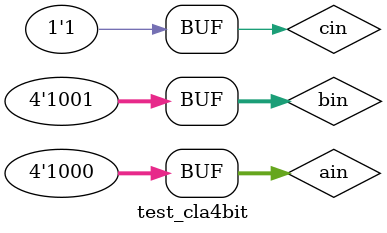
<source format=v>

module  test_cla4bit  ( );

reg [3:0] ain,bin;
reg       cin;

initial
  begin
    #0    cin = 1'b0;
          ain = 4'd0;
          bin = 4'd0;
    #100  ain = 4'd1;
          bin = 4'd2;
    #100  ain = 4'd2;
          bin = 4'd3;
    #100  ain = 4'd3;
          bin = 4'd4;
    #100  ain = 4'd4;
          bin = 4'd5;
    #100  cin = 1'b1;
          ain = 4'd5;
          bin = 4'd6;
    #100  cin = 1'b0;
          ain = 4'd6;
          bin = 4'd7;
    #100  ain = 4'd7;
          bin = 4'd8;
    #100  cin = 1'b1;
          ain = 4'd7;
          bin = 4'd8;
    #100  ain = 4'd0;
          bin = 4'd1;
    #100  ain = 4'd1;
          bin = 4'd1;
    #100  ain = 4'd2;
          bin = 4'd2;
    #100  ain = 4'd3;
          bin = 4'd3;
    #100  cin = 1'b0;
          ain = 4'd4;
          bin = 4'd4;
    #100  cin = 1'b1;
          ain = 4'd5;
          bin = 4'd5;
    #100  ain = 4'd6;
          bin = 4'd6;
    #100  cin = 1'b1;
          ain = 4'd7;
          bin = 4'd7;
    #100  cin = 1'b0;
          ain = 4'd8;
          bin = 4'd8;
    #100  cin = 1'b1;
          ain = 4'd8;
          bin = 4'd8;
    #100  cin = 1'b1;
          ain = 4'd8;
          bin = 4'd9;
  end
  
  //*** connect with circuit to be tested ***
  wire  [3:0] sum_out;
  wire        cout_out;
  
  bit4_cla  u0 (.ain(ain),.bin(bin),.cin(cin),.sum(sum_out),.cout(cout_out));
  
endmodule

</source>
